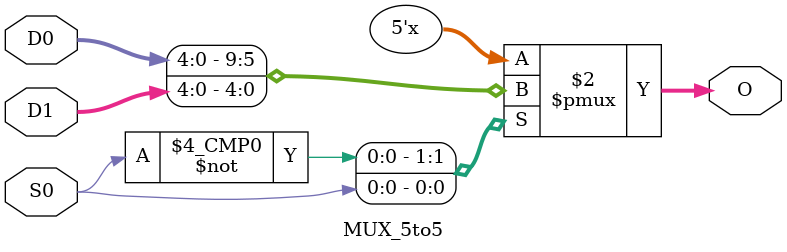
<source format=v>
`timescale 1ns / 1ps
module MUX_5to5(
    input [4:0] D0,
    input [4:0] D1,
    input S0,
    output [4:0] O
);

reg [4:0] O;

always @(D0 or D1 or S0)
begin
    case (S0)
        1'b0: O <= D0;
        1'b1: O <= D1;
    endcase
end

endmodule

</source>
